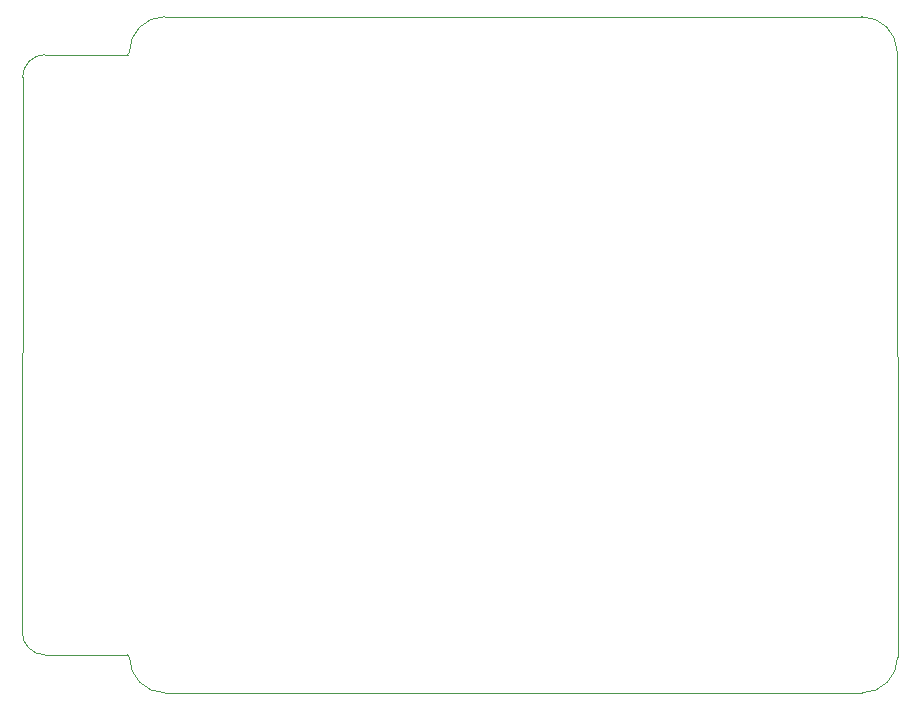
<source format=gm1>
%TF.GenerationSoftware,KiCad,Pcbnew,(6.0.4-0)*%
%TF.CreationDate,2022-07-16T13:11:57-04:00*%
%TF.ProjectId,VIC1214Reloaded-1.0-001,56494331-3231-4345-9265-6c6f61646564,rev?*%
%TF.SameCoordinates,Original*%
%TF.FileFunction,Profile,NP*%
%FSLAX46Y46*%
G04 Gerber Fmt 4.6, Leading zero omitted, Abs format (unit mm)*
G04 Created by KiCad (PCBNEW (6.0.4-0)) date 2022-07-16 13:11:57*
%MOMM*%
%LPD*%
G01*
G04 APERTURE LIST*
%TA.AperFunction,Profile*%
%ADD10C,0.050800*%
%TD*%
%TA.AperFunction,Profile*%
%ADD11C,0.050000*%
%TD*%
G04 APERTURE END LIST*
D10*
X132450680Y-74511320D02*
X132486400Y-125752600D01*
X67450000Y-125751000D02*
G75*
G03*
X70450000Y-128751000I3000000J0D01*
G01*
X132450680Y-74511320D02*
G75*
G03*
X129450680Y-71511320I-2999980J20D01*
G01*
X129486400Y-128752600D02*
G75*
G03*
X132486400Y-125752600I0J3000000D01*
G01*
X129486400Y-128752600D02*
X70450000Y-128751000D01*
X70450000Y-71501000D02*
G75*
G03*
X67450000Y-74501000I0J-3000000D01*
G01*
X70450000Y-71501000D02*
X129450680Y-71511320D01*
D11*
%TO.C,U101*%
X58372038Y-123621000D02*
X58402500Y-76631000D01*
X60307500Y-74726000D02*
X67292500Y-74726000D01*
X60277038Y-125526000D02*
X67292500Y-125526000D01*
X67292500Y-74726001D02*
G75*
G03*
X67450000Y-74501000I-50378J202890D01*
G01*
X58372040Y-123621000D02*
G75*
G03*
X60277038Y-125526000I1905000J0D01*
G01*
X60307500Y-74726000D02*
G75*
G03*
X58402500Y-76631000I1J-1905001D01*
G01*
X67449995Y-125750999D02*
G75*
G03*
X67292500Y-125526000I-207895J22099D01*
G01*
%TD*%
M02*

</source>
